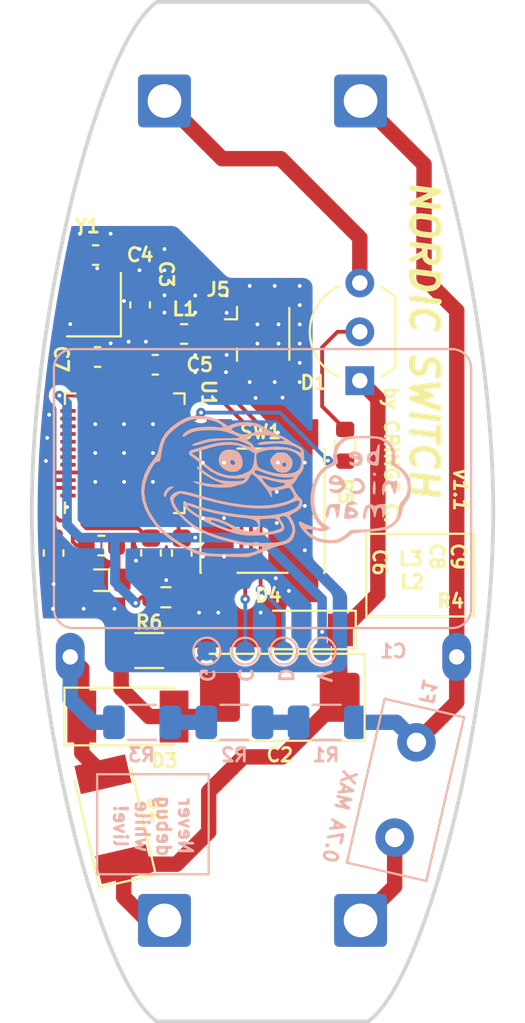
<source format=kicad_pcb>
(kicad_pcb (version 20221018) (generator pcbnew)
  (title_block (title "Nordic-switch") (date "2022-02-17") (rev "1.1") (company "dossalab"))
  (layers (0 "F.Cu" signal) (31 "B.Cu" signal) (34 "B.Paste" user) (35 "F.Paste" user) (36 "B.SilkS" user "B.Silkscreen") (37 "F.SilkS" user "F.Silkscreen") (38 "B.Mask" user) (39 "F.Mask" user) (44 "Edge.Cuts" user))
  (net 0 "")
  (net 1 "Net-(J4-Pin_1)")
  (net 2 "Net-(D2-A)")
  (net 3 "+3V3")
  (net 4 "Net-(D3-A)")
  (net 5 "GND")
  (net 6 "Net-(U1-XC1)")
  (net 7 "Net-(U1-XC2)")
  (net 8 "Net-(U1-ANT)")
  (net 9 "Net-(U1-DEC4)")
  (net 10 "Net-(U1-DEC3)")
  (net 11 "Net-(U1-DEC1)")
  (net 12 "Net-(D1-G)")
  (net 13 "Net-(D1-A2)")
  (net 14 "Net-(J2-Pin_1)")
  (net 28 "/SWDIO")
  (net 29 "/SWDCLK")
  (net 32 "/TRIAC_GATE")
  (net 33 "/PUSH_BUTTON")
  (net 35 "/ANT_IMP_MATCHED")
  (net 42 "/DCC")
  (net 48 "Net-(L2-Pad2)")
  (net 49 "Net-(R1-Pad1)")
  (net 55 "Net-(R2-Pad1)")
  (footprint "Connector_Wire:SolderWire-1sqmm_1x01_D1.4mm_OD2.7mm" (layer "F.Cu") (at 149.5 78.4)
    (fp_text reference "J4" hide)
    (fp_text value "Screw_Terminal_01x01")
    (pad "1" thru_hole roundrect (at 0 0) (size 2.75 2.75) (drill 1.75) (layers "*.Cu" "*.Mask") (roundrect_rratio 0.09090909091) (net 1 "Net-(J4-Pin_1)"))
  )
  (footprint "Connector_Wire:SolderWire-1sqmm_1x01_D1.4mm_OD2.7mm" (layer "F.Cu") (at 139.3 121)
    (fp_text reference "J1" hide)
    (fp_text value "Screw_Terminal_01x01")
    (pad "1" thru_hole roundrect (at 0 0) (size 2.75 2.75) (drill 1.75) (layers "*.Cu" "*.Mask") (roundrect_rratio 0.09090909091) (net 3 "+3V3"))
  )
  (footprint "Connector_Wire:SolderWire-1sqmm_1x01_D1.4mm_OD2.7mm" (layer "F.Cu") (at 149.5 121)
    (fp_text reference "J2" hide)
    (fp_text value "Screw_Terminal_01x01")
    (pad "1" thru_hole roundrect (at 0 0) (size 2.75 2.75) (drill 1.75) (layers "*.Cu" "*.Mask") (roundrect_rratio 0.09090909091) (net 14 "Net-(J2-Pin_1)"))
  )
  (footprint "Connector_Wire:SolderWire-1sqmm_1x01_D1.4mm_OD2.7mm" (layer "F.Cu") (at 139.3 78.4)
    (fp_text reference "J3" hide)
    (fp_text value "Screw_Terminal_01x01")
    (pad "1" thru_hole roundrect (at 0 0) (size 2.75 2.75) (drill 1.75) (layers "*.Cu" "*.Mask") (roundrect_rratio 0.09090909091) (net 13 "Net-(D1-A2)"))
  )
  (footprint "Button_Switch_SMD:SW_SPST_PTS645" (layer "F.Cu") (at 144.4 99.7 -90)
    (fp_text reference "SW1" (at -4.1 0.1 unlocked) (layer "F.SilkS") (effects (font (size 0.7 0.7))))
    (fp_text value "Control")
    (pad "1" smd rect (at -3.98 -2.25 270) (size 1.55 1.3) (layers "F.Cu" "F.Paste" "F.Mask") (net 5 "GND"))
    (pad "1" smd rect (at 3.98 -2.25 270) (size 1.55 1.3) (layers "F.Cu" "F.Paste" "F.Mask") (net 5 "GND"))
    (pad "2" smd rect (at -3.98 2.25 270) (size 1.55 1.3) (layers "F.Cu" "F.Paste" "F.Mask") (net 33 "/PUSH_BUTTON"))
    (pad "2" smd rect (at 3.98 2.25 270) (size 1.55 1.3) (layers "F.Cu" "F.Paste" "F.Mask") (net 33 "/PUSH_BUTTON"))
  )
  (footprint "Capacitor_SMD:C_0603_1608Metric" (layer "F.Cu") (at 133.533857 101.900316 -90)
    (fp_text reference "C6" (at -0.300316 -16.966143 -90 unlocked) (layer "F.SilkS") (effects (font (size 0.7 0.7)) (justify left)))
    (fp_text value "1uF")
    (pad "1" smd roundrect (at -0.775 0 270) (size 0.9 0.95) (layers "F.Cu" "F.Paste" "F.Mask") (net 9 "Net-(U1-DEC4)"))
    (pad "2" smd roundrect (at 0.775 0 270) (size 0.9 0.95) (layers "F.Cu" "F.Paste" "F.Mask") (net 5 "GND"))
  )
  (footprint "Capacitor_SMD:C_0603_1608Metric" (layer "F.Cu") (at 135.821357 91.712816)
    (fp_text reference "C7" (at -1.8875 0.1 270 unlocked) (layer "F.SilkS") (effects (font (size 0.7 0.7))))
    (fp_text value "100pF")
    (pad "1" smd roundrect (at -0.775 0) (size 0.9 0.95) (layers "F.Cu" "F.Paste" "F.Mask") (net 10 "Net-(U1-DEC3)"))
    (pad "2" smd roundrect (at 0.775 0) (size 0.9 0.95) (layers "F.Cu" "F.Paste" "F.Mask") (net 5 "GND"))
  )
  (footprint "Capacitor_SMD:C_0603_1608Metric" (layer "F.Cu") (at 138.6 101.9 -90)
    (fp_text reference "C8" (at -0.600316 -14.866143 -90 unlocked) (layer "F.SilkS") (effects (font (size 0.7 0.7)) (justify left)))
    (fp_text value "100n")
    (pad "1" smd roundrect (at -0.775 0 270) (size 0.9 0.95) (layers "F.Cu" "F.Paste" "F.Mask") (net 11 "Net-(U1-DEC1)"))
    (pad "2" smd roundrect (at 0.775 0 270) (size 0.9 0.95) (layers "F.Cu" "F.Paste" "F.Mask") (net 5 "GND"))
  )
  (footprint "Capacitor_SMD:C_0603_1608Metric" (layer "F.Cu") (at 140.2 101.9 -90)
    (fp_text reference "C9" (at -0.600316 -14.366143 -90 unlocked) (layer "F.SilkS") (effects (font (size 0.7 0.7)) (justify left)))
    (fp_text value "100n")
    (pad "1" smd roundrect (at -0.775 0 270) (size 0.9 0.95) (layers "F.Cu" "F.Paste" "F.Mask") (net 3 "+3V3"))
    (pad "2" smd roundrect (at 0.775 0 270) (size 0.9 0.95) (layers "F.Cu" "F.Paste" "F.Mask") (net 5 "GND"))
  )
  (footprint "Capacitor_SMD:C_0603_1608Metric" (layer "F.Cu") (at 138.033857 89.000316 -90)
    (fp_text reference "C3" (at -1.600316 -1.366143 -90 unlocked) (layer "F.SilkS") (effects (font (size 0.7 0.7))))
    (fp_text value "18pf")
    (pad "1" smd roundrect (at -0.775 0 270) (size 0.9 0.95) (layers "F.Cu" "F.Paste" "F.Mask") (net 5 "GND"))
    (pad "2" smd roundrect (at 0.775 0 270) (size 0.9 0.95) (layers "F.Cu" "F.Paste" "F.Mask") (net 6 "Net-(U1-XC1)"))
  )
  (footprint "Capacitor_SMD:C_0603_1608Metric" (layer "F.Cu") (at 135.721357 86.412816 180)
    (fp_text reference "C4" (at -2.3125 0.012816 unlocked) (layer "F.SilkS") (effects (font (size 0.7 0.7))))
    (fp_text value "18pf")
    (pad "1" smd roundrect (at -0.775 0 180) (size 0.9 0.95) (layers "F.Cu" "F.Paste" "F.Mask") (net 5 "GND"))
    (pad "2" smd roundrect (at 0.775 0 180) (size 0.9 0.95) (layers "F.Cu" "F.Paste" "F.Mask") (net 7 "Net-(U1-XC2)"))
  )
  (footprint "Inductor_SMD:L_0603_1608Metric" (layer "F.Cu") (at 136.021357 101.512816 180)
    (fp_text reference "L3" (at -15.378643 -0.687184 unlocked) (layer "F.SilkS") (effects (font (size 0.7 0.7)) (justify left)))
    (fp_text value "15nH")
    (pad "1" smd roundrect (at -0.7875 0 180) (size 0.875 0.95) (layers "F.Cu" "F.Paste" "F.Mask") (net 48 "Net-(L2-Pad2)"))
    (pad "2" smd roundrect (at 0.7875 0 180) (size 0.875 0.95) (layers "F.Cu" "F.Paste" "F.Mask") (net 42 "/DCC"))
  )
  (footprint "Package_DFN_QFN:QFN-48-1EP_6x6mm_P0.4mm_EP4.6x4.6mm" (layer "F.Cu") (at 137.233857 96.712816 90)
    (fp_text reference "U1" (at 3.112816 4.366143 270 unlocked) (layer "F.SilkS") (effects (font (size 0.7 0.7))))
    (fp_text value "nRF52832-QFxx")
    (pad "1" smd roundrect (at -2.95 -2.2 90) (size 0.8 0.2) (layers "F.Cu" "F.Paste" "F.Mask") (net 11 "Net-(U1-DEC1)"))
    (pad "2" smd roundrect (at -2.95 -1.8 90) (size 0.8 0.2) (layers "F.Cu" "F.Paste" "F.Mask"))
    (pad "3" smd roundrect (at -2.95 -1.4 90) (size 0.8 0.2) (layers "F.Cu" "F.Paste" "F.Mask"))
    (pad "4" smd roundrect (at -2.95 -1 90) (size 0.8 0.2) (layers "F.Cu" "F.Paste" "F.Mask"))
    (pad "5" smd roundrect (at -2.95 -0.6 90) (size 0.8 0.2) (layers "F.Cu" "F.Paste" "F.Mask"))
    (pad "6" smd roundrect (at -2.95 -0.2 90) (size 0.8 0.2) (layers "F.Cu" "F.Paste" "F.Mask"))
    (pad "7" smd roundrect (at -2.95 0.2 90) (size 0.8 0.2) (layers "F.Cu" "F.Paste" "F.Mask"))
    (pad "8" smd roundrect (at -2.95 0.6 90) (size 0.8 0.2) (layers "F.Cu" "F.Paste" "F.Mask"))
    (pad "9" smd roundrect (at -2.95 1 90) (size 0.8 0.2) (layers "F.Cu" "F.Paste" "F.Mask"))
    (pad "10" smd roundrect (at -2.95 1.4 90) (size 0.8 0.2) (layers "F.Cu" "F.Paste" "F.Mask"))
    (pad "11" smd roundrect (at -2.95 1.8 90) (size 0.8 0.2) (layers "F.Cu" "F.Paste" "F.Mask"))
    (pad "12" smd roundrect (at -2.95 2.2 90) (size 0.8 0.2) (layers "F.Cu" "F.Paste" "F.Mask"))
    (pad "13" smd roundrect (at -2.2 2.95 90) (size 0.2 0.8) (layers "F.Cu" "F.Paste" "F.Mask") (net 3 "+3V3"))
    (pad "14" smd roundrect (at -1.8 2.95 90) (size 0.2 0.8) (layers "F.Cu" "F.Paste" "F.Mask"))
    (pad "15" smd roundrect (at -1.4 2.95 90) (size 0.2 0.8) (layers "F.Cu" "F.Paste" "F.Mask"))
    (pad "16" smd roundrect (at -1 2.95 90) (size 0.2 0.8) (layers "F.Cu" "F.Paste" "F.Mask"))
    (pad "17" smd roundrect (at -0.6 2.95 90) (size 0.2 0.8) (layers "F.Cu" "F.Paste" "F.Mask"))
    (pad "18" smd roundrect (at -0.2 2.95 90) (size 0.2 0.8) (layers "F.Cu" "F.Paste" "F.Mask"))
    (pad "19" smd roundrect (at 0.2 2.95 90) (size 0.2 0.8) (layers "F.Cu" "F.Paste" "F.Mask"))
    (pad "20" smd roundrect (at 0.6 2.95 90) (size 0.2 0.8) (layers "F.Cu" "F.Paste" "F.Mask"))
    (pad "21" smd roundrect (at 1 2.95 90) (size 0.2 0.8) (layers "F.Cu" "F.Paste" "F.Mask"))
    (pad "22" smd roundrect (at 1.4 2.95 90) (size 0.2 0.8) (layers "F.Cu" "F.Paste" "F.Mask") (net 33 "/PUSH_BUTTON"))
    (pad "23" smd roundrect (at 1.8 2.95 90) (size 0.2 0.8) (layers "F.Cu" "F.Paste" "F.Mask") (net 32 "/TRIAC_GATE"))
    (pad "24" smd roundrect (at 2.2 2.95 90) (size 0.2 0.8) (layers "F.Cu" "F.Paste" "F.Mask"))
    (pad "25" smd roundrect (at 2.95 2.2 90) (size 0.8 0.2) (layers "F.Cu" "F.Paste" "F.Mask") (net 29 "/SWDCLK"))
    (pad "26" smd roundrect (at 2.95 1.8 90) (size 0.8 0.2) (layers "F.Cu" "F.Paste" "F.Mask") (net 28 "/SWDIO"))
    (pad "27" smd roundrect (at 2.95 1.4 90) (size 0.8 0.2) (layers "F.Cu" "F.Paste" "F.Mask"))
    (pad "28" smd roundrect (at 2.95 1 90) (size 0.8 0.2) (layers "F.Cu" "F.Paste" "F.Mask"))
    (pad "29" smd roundrect (at 2.95 0.6 90) (size 0.8 0.2) (layers "F.Cu" "F.Paste" "F.Mask"))
    (pad "30" smd roundrect (at 2.95 0.2 90) (size 0.8 0.2) (layers "F.Cu" "F.Paste" "F.Mask") (net 8 "Net-(U1-ANT)"))
    (pad "31" smd roundrect (at 2.95 -0.2 90) (size 0.8 0.2) (layers "F.Cu" "F.Paste" "F.Mask") (net 5 "GND"))
    (pad "32" smd roundrect (at 2.95 -0.6 90) (size 0.8 0.2) (layers "F.Cu" "F.Paste" "F.Mask"))
    (pad "33" smd roundrect (at 2.95 -1 90) (size 0.8 0.2) (layers "F.Cu" "F.Paste" "F.Mask") (net 10 "Net-(U1-DEC3)"))
    (pad "34" smd roundrect (at 2.95 -1.4 90) (size 0.8 0.2) (layers "F.Cu" "F.Paste" "F.Mask") (net 6 "Net-(U1-XC1)"))
    (pad "35" smd roundrect (at 2.95 -1.8 90) (size 0.8 0.2) (layers "F.Cu" "F.Paste" "F.Mask") (net 7 "Net-(U1-XC2)"))
    (pad "36" smd roundrect (at 2.95 -2.2 90) (size 0.8 0.2) (layers "F.Cu" "F.Paste" "F.Mask") (net 3 "+3V3"))
    (pad "37" smd roundrect (at 2.2 -2.95 90) (size 0.2 0.8) (layers "F.Cu" "F.Paste" "F.Mask"))
    (pad "38" smd roundrect (at 1.8 -2.95 90) (size 0.2 0.8) (layers "F.Cu" "F.Paste" "F.Mask"))
    (pad "39" smd roundrect (at 1.4 -2.95 90) (size 0.2 0.8) (layers "F.Cu" "F.Paste" "F.Mask"))
    (pad "40" smd roundrect (at 1 -2.95 90) (size 0.2 0.8) (layers "F.Cu" "F.Paste" "F.Mask"))
    (pad "41" smd roundrect (at 0.6 -2.95 90) (size 0.2 0.8) (layers "F.Cu" "F.Paste" "F.Mask"))
    (pad "42" smd roundrect (at 0.2 -2.95 90) (size 0.2 0.8) (layers "F.Cu" "F.Paste" "F.Mask"))
    (pad "43" smd roundrect (at -0.2 -2.95 90) (size 0.2 0.8) (layers "F.Cu" "F.Paste" "F.Mask"))
    (pad "44" smd roundrect (at -0.6 -2.95 90) (size 0.2 0.8) (layers "F.Cu" "F.Paste" "F.Mask"))
    (pad "45" smd roundrect (at -1 -2.95 90) (size 0.2 0.8) (layers "F.Cu" "F.Paste" "F.Mask") (net 5 "GND"))
    (pad "46" smd roundrect (at -1.4 -2.95 90) (size 0.2 0.8) (layers "F.Cu" "F.Paste" "F.Mask") (net 9 "Net-(U1-DEC4)"))
    (pad "47" smd roundrect (at -1.8 -2.95 90) (size 0.2 0.8) (layers "F.Cu" "F.Paste" "F.Mask") (net 42 "/DCC"))
    (pad "48" smd roundrect (at -2.2 -2.95 90) (size 0.2 0.8) (layers "F.Cu" "F.Paste" "F.Mask") (net 3 "+3V3"))
    (pad "49" smd rect (at 0 0 90) (size 4.6 4.6) (layers "F.Cu" "F.Mask") (net 5 "GND"))
  )
  (footprint "Crystal:Crystal_SMD_2520-4Pin_2.5x2.0mm" (layer "F.Cu") (at 135.633857 88.987816 90)
    (fp_text reference "Y1" (at 4.087816 -0.333857 unlocked) (layer "F.SilkS") (effects (font (size 0.7 0.7))))
    (fp_text value "Crystal_GND24")
    (pad "1" smd rect (at -0.875 0.7 90) (size 1.15 1) (layers "F.Cu" "F.Paste" "F.Mask") (net 6 "Net-(U1-XC1)"))
    (pad "2" smd rect (at 0.875 0.7 90) (size 1.15 1) (layers "F.Cu" "F.Paste" "F.Mask") (net 5 "GND"))
    (pad "3" smd rect (at 0.875 -0.7 90) (size 1.15 1) (layers "F.Cu" "F.Paste" "F.Mask") (net 7 "Net-(U1-XC2)"))
    (pad "4" smd rect (at -0.875 -0.7 90) (size 1.15 1) (layers "F.Cu" "F.Paste" "F.Mask") (net 5 "GND"))
  )
  (footprint "Capacitor_Tantalum_SMD:CP_EIA-7343-30_AVX-N" (layer "F.Cu") (at 145.3 109.4 180)
    (fp_text reference "C2" (at 0 -3 unlocked) (layer "F.SilkS") (effects (font (size 0.7 0.7))))
    (fp_text value "330uF 16V")
    (pad "1" smd roundrect (at -3.1125 0 180) (size 2.075 2.55) (layers "F.Cu" "F.Paste" "F.Mask") (roundrect_rratio 0.1204819277) (net 3 "+3V3"))
    (pad "2" smd roundrect (at 3.1125 0 180) (size 2.075 2.55) (layers "F.Cu" "F.Paste" "F.Mask") (roundrect_rratio 0.1204819277) (net 4 "Net-(D3-A)"))
  )
  (footprint "Diode_SMD:D_MiniMELF" (layer "F.Cu") (at 146.7 105.9 180)
    (fp_text reference "D4" (at 2 1.8 unlocked) (layer "F.SilkS") (effects (font (size 0.7 0.7))))
    (fp_text value "3v3")
    (pad "1" smd rect (at -1.75 0 180) (size 1.3 1.7) (layers "F.Cu" "F.Paste" "F.Mask") (net 3 "+3V3"))
    (pad "2" smd rect (at 1.75 0 180) (size 1.3 1.7) (layers "F.Cu" "F.Paste" "F.Mask") (net 5 "GND"))
  )
  (footprint "Diode_SMD:D_MELF" (layer "F.Cu") (at 136.639883 115.738488 103)
    (fp_text reference "D2" (at 0 2.3 283 unlocked) (layer "F.SilkS") (effects (font (size 0.7 0.7))))
    (fp_text value "SM4007")
    (pad "1" smd rect (at -2.4 0 103) (size 1.5 2.7) (layers "F.Cu" "F.Paste" "F.Mask") (net 3 "+3V3"))
    (pad "2" smd rect (at 2.4 0 103) (size 1.5 2.7) (layers "F.Cu" "F.Paste" "F.Mask") (net 2 "Net-(D2-A)"))
  )
  (footprint "Diode_SMD:D_MELF" (layer "F.Cu") (at 137.4 110.4)
    (fp_text reference "D3" (at 1.9 2.3 unlocked) (layer "F.SilkS") (effects (font (size 0.7 0.7))))
    (fp_text value "SM4007")
    (pad "1" smd rect (at -2.4 0) (size 1.5 2.7) (layers "F.Cu" "F.Paste" "F.Mask") (net 2 "Net-(D2-A)"))
    (pad "2" smd rect (at 2.4 0) (size 1.5 2.7) (layers "F.Cu" "F.Paste" "F.Mask") (net 4 "Net-(D3-A)"))
  )
  (footprint "Resistor_SMD:R_1206_3216Metric" (layer "F.Cu") (at 138.51 106.97 180)
    (fp_text reference "R6" (at 0.01 1.47 unlocked) (layer "F.SilkS") (effects (font (size 0.7 0.7))))
    (fp_text value "510")
    (pad "1" smd roundrect (at -1.4625 0 180) (size 1.125 1.75) (layers "F.Cu" "F.Paste" "F.Mask") (roundrect_rratio 0.2222222222) (net 5 "GND"))
    (pad "2" smd roundrect (at 1.4625 0 180) (size 1.125 1.75) (layers "F.Cu" "F.Paste" "F.Mask") (roundrect_rratio 0.2222222222) (net 4 "Net-(D3-A)"))
  )
  (footprint "Resistor_SMD:R_0603_1608Metric" (layer "F.Cu") (at 148.7 96.3 -90)
    (fp_text reference "R5" (at 2.4 0 -90 unlocked) (layer "F.SilkS") (effects (font (size 0.7 0.7))))
    (fp_text value "680")
    (pad "1" smd roundrect (at -0.825 0 270) (size 0.8 0.95) (layers "F.Cu" "F.Paste" "F.Mask") (net 12 "Net-(D1-G)"))
    (pad "2" smd roundrect (at 0.825 0 270) (size 0.8 0.95) (layers "F.Cu" "F.Paste" "F.Mask") (net 32 "/TRIAC_GATE"))
  )
  (footprint "Package_TO_SOT_THT:TO-92_Inline_Wide" (layer "F.Cu") (at 149.46 92.94 90)
    (fp_text reference "D1" (at -0.1 -2.4 unlocked) (layer "F.SilkS") (effects (font (size 0.7 0.7))))
    (fp_text value "Z0103")
    (pad "1" thru_hole rect (at 0 0 90) (size 1.5 1.5) (drill 0.8) (layers "*.Cu" "*.Mask") (net 3 "+3V3"))
    (pad "2" thru_hole circle (at 2.54 0 90) (size 1.5 1.5) (drill 0.8) (layers "*.Cu" "*.Mask") (net 12 "Net-(D1-G)"))
    (pad "3" thru_hole circle (at 5.08 0 90) (size 1.5 1.5) (drill 0.8) (layers "*.Cu" "*.Mask") (net 13 "Net-(D1-A2)"))
  )
  (footprint "Resistor_SMD:R_0603_1608Metric" (layer "F.Cu") (at 139.375 104.2 180)
    (fp_text reference "R4" (at -14.025 -0.2 unlocked) (layer "F.SilkS") (effects (font (size 0.7 0.7)) (justify left)))
    (fp_text value "10k")
    (pad "1" smd roundrect (at -0.825 0 180) (size 0.8 0.95) (layers "F.Cu" "F.Paste" "F.Mask") (net 33 "/PUSH_BUTTON"))
    (pad "2" smd roundrect (at 0.825 0 180) (size 0.8 0.95) (layers "F.Cu" "F.Paste" "F.Mask") (net 3 "+3V3"))
  )
  (footprint "Connector_Coaxial:U.FL_Hirose_U.FL-R-SMT-1_Vertical" (layer "F.Cu") (at 143.958857 90.507816)
    (fp_text reference "J5" (at -1.858857 -2.307816 unlocked) (layer "F.SilkS") (effects (font (size 0.7 0.7))))
    (fp_text value "IPX")
    (pad "1" smd rect (at -1.05 0) (size 1.05 1) (layers "F.Cu" "F.Paste" "F.Mask") (net 35 "/ANT_IMP_MATCHED"))
    (pad "2" smd rect (at 0.475 -1.475) (size 2.2 1.05) (layers "F.Cu" "F.Paste" "F.Mask") (net 5 "GND"))
    (pad "2" smd rect (at 0.475 1.475) (size 2.2 1.05) (layers "F.Cu" "F.Paste" "F.Mask") (net 5 "GND"))
  )
  (footprint "MountingHole:MountingHole_3.2mm_M3" (layer "F.Cu") (at 144.4 84.25)
    (fp_text reference "H1" hide)
    (fp_text value "MountingHole")
    (pad "" np_thru_hole circle (at 0 0) (size 3.2 3.2) (drill 3.2) (layers "*.Cu" "*.Mask"))
  )
  (footprint "MountingHole:MountingHole_3.2mm_M3" (layer "F.Cu") (at 144.4 115.25)
    (fp_text reference "H2" hide)
    (fp_text value "MountingHole")
    (pad "" np_thru_hole circle (at 0 0) (size 3.2 3.2) (drill 3.2) (layers "*.Cu" "*.Mask"))
  )
  (footprint "Capacitor_SMD:C_0603_1608Metric" (layer "F.Cu") (at 138.821357 92.112816 180)
    (fp_text reference "C5" (at -2.3125 0 unlocked) (layer "F.SilkS") (effects (font (size 0.7 0.7))))
    (fp_text value "0.8pF")
    (pad "1" smd roundrect (at -0.775 0 180) (size 0.9 0.95) (layers "F.Cu" "F.Paste" "F.Mask") (net 8 "Net-(U1-ANT)"))
    (pad "2" smd roundrect (at 0.775 0 180) (size 0.9 0.95) (layers "F.Cu" "F.Paste" "F.Mask") (net 5 "GND"))
  )
  (footprint "Inductor_SMD:L_0603_1608Metric" (layer "F.Cu") (at 140.321357 90.512816)
    (fp_text reference "L1" (at 0.0125 -1.3 unlocked) (layer "F.SilkS") (effects (font (size 0.7 0.7))))
    (fp_text value "3.9nH")
    (pad "1" smd roundrect (at -0.7875 0) (size 0.875 0.95) (layers "F.Cu" "F.Paste" "F.Mask") (net 8 "Net-(U1-ANT)"))
    (pad "2" smd roundrect (at 0.7875 0) (size 0.875 0.95) (layers "F.Cu" "F.Paste" "F.Mask") (net 35 "/ANT_IMP_MATCHED"))
  )
  (footprint "Inductor_SMD:L_0805_2012Metric" (layer "F.Cu") (at 136.0375 103.312816)
    (fp_text reference "L2" (at 15.428643 0.087184 unlocked) (layer "F.SilkS") (effects (font (size 0.7 0.7)) (justify left)))
    (fp_text value "10uH")
    (pad "1" smd roundrect (at -1.0625 0) (size 0.875 1.2) (layers "F.Cu" "F.Paste" "F.Mask") (net 9 "Net-(U1-DEC4)"))
    (pad "2" smd roundrect (at 1.0625 0) (size 0.875 1.2) (layers "F.Cu" "F.Paste" "F.Mask") (net 48 "Net-(L2-Pad2)"))
  )
  (footprint "nordic-switch:CP_CBB_684J_400V_Flat" (layer "B.Cu") (at 144.4 107.4 180)
    (fp_text reference "C1" (at -6.8 0.4 unlocked) (layer "B.SilkS") (effects (font (size 0.7 0.7)) (justify mirror)))
    (fp_text value "680n 400V")
    (pad "1" thru_hole oval locked (at -10.1 0.1 180) (size 1.5 2.5) (drill 0.8) (layers "*.Cu" "*.Mask") (net 1 "Net-(J4-Pin_1)"))
    (pad "2" thru_hole oval locked (at 10 0.1 180) (size 1.5 2.5) (drill 0.8) (layers "*.Cu" "*.Mask") (net 2 "Net-(D2-A)"))
  )
  (footprint "TestPoint:TestPoint_Pad_D1.0mm" (layer "B.Cu") (at 143.5 107)
    (fp_text reference "TP1" hide)
    (fp_text value "SWCLK")
    (pad "1" smd circle (at 0 0) (size 1 1) (layers "B.Cu" "B.Mask") (net 29 "/SWDCLK"))
  )
  (footprint "TestPoint:TestPoint_Pad_D1.0mm" (layer "B.Cu") (at 145.5 107)
    (fp_text reference "TP2" hide)
    (fp_text value "SWDIO")
    (pad "1" smd circle (at 0 0) (size 1 1) (layers "B.Cu" "B.Mask") (net 28 "/SWDIO"))
  )
  (footprint "TestPoint:TestPoint_Pad_D1.0mm" (layer "B.Cu") (at 141.5 107)
    (fp_text reference "TP4" hide)
    (fp_text value "GND")
    (pad "1" smd circle (at 0 0) (size 1 1) (layers "B.Cu" "B.Mask") (net 5 "GND"))
  )
  (footprint "nordic-switch:Pepe-Logo" (layer "B.Cu") (at 145.1 98.4 180)
    (fp_text reference "G***" hide)
    (fp_text value "LOGO" hide)
  )
  (footprint "Fuse:Fuse_Littelfuse_395Series" (layer "B.Cu") (at 152.405141 111.740509 -103)
    (fp_text reference "F1" (at -2.706647 0.014372 -103 unlocked) (layer "B.SilkS") (effects (font (size 0.7 0.7)) (justify mirror)))
    (fp_text value "0.7A")
    (pad "1" thru_hole circle (at 0 0 257) (size 2 2) (drill 1) (layers "*.Cu" "*.Mask") (net 1 "Net-(J4-Pin_1)"))
    (pad "2" thru_hole circle (at 5.08 -0.01 257) (size 2 2) (drill 1) (layers "*.Cu" "*.Mask") (net 14 "Net-(J2-Pin_1)"))
  )
  (footprint "Resistor_SMD:R_1206_3216Metric" (layer "B.Cu") (at 147.7375 110.7)
    (fp_text reference "R1" (at -0.0375 1.7 unlocked) (layer "B.SilkS") (effects (font (size 0.7 0.7)) (justify mirror)))
    (fp_text value "470K")
    (pad "1" smd roundrect (at -1.4625 0) (size 1.125 1.75) (layers "B.Cu" "B.Paste" "B.Mask") (roundrect_rratio 0.2222222222) (net 49 "Net-(R1-Pad1)"))
    (pad "2" smd roundrect (at 1.4625 0) (size 1.125 1.75) (layers "B.Cu" "B.Paste" "B.Mask") (roundrect_rratio 0.2222222222) (net 1 "Net-(J4-Pin_1)"))
  )
  (footprint "Resistor_SMD:R_1206_3216Metric" (layer "B.Cu") (at 142.9375 110.7)
    (fp_text reference "R2" (at 0 1.7 unlocked) (layer "B.SilkS") (effects (font (size 0.7 0.7)) (justify mirror)))
    (fp_text value "470K")
    (pad "1" smd roundrect (at -1.4625 0) (size 1.125 1.75) (layers "B.Cu" "B.Paste" "B.Mask") (roundrect_rratio 0.2222222222) (net 55 "Net-(R2-Pad1)"))
    (pad "2" smd roundrect (at 1.4625 0) (size 1.125 1.75) (layers "B.Cu" "B.Paste" "B.Mask") (roundrect_rratio 0.2222222222) (net 49 "Net-(R1-Pad1)"))
  )
  (footprint "TestPoint:TestPoint_Pad_D1.0mm" (layer "B.Cu") (at 147.5 107 180)
    (fp_text reference "TP3" hide)
    (fp_text value "VCC")
    (pad "1" smd circle (at 0 0 180) (size 1 1) (layers "B.Cu" "B.Mask") (net 3 "+3V3"))
  )
  (footprint "Resistor_SMD:R_1206_3216Metric" (layer "B.Cu") (at 138.1375 110.7)
    (fp_text reference "R3" (at -0.0375 1.7 unlocked) (layer "B.SilkS") (effects (font (size 0.7 0.7)) (justify mirror)))
    (fp_text value "470K")
    (pad "1" smd roundrect (at -1.4625 0) (size 1.125 1.75) (layers "B.Cu" "B.Paste" "B.Mask") (roundrect_rratio 0.2222222222) (net 2 "Net-(D2-A)"))
    (pad "2" smd roundrect (at 1.4625 0) (size 1.125 1.75) (layers "B.Cu" "B.Paste" "B.Mask") (roundrect_rratio 0.2222222222) (net 55 "Net-(R2-Pad1)"))
  )
  (gr_rect (start 135.8 113.4) (end 141.6 118.6) (stroke (width 0.12)) (fill none) (layer "B.SilkS"))
  (gr_rect (start 149.8 100.9) (end 155.4 105.2) (stroke (width 0.12)) (fill none) (layer "F.SilkS"))
  (gr_curve (pts (xy 138.9 126.25) (xy 135.8727 124.0723) (xy 132.4 110.1927) (xy 132.4 99.75)) (stroke (width 0.2)) (layer "Edge.Cuts"))
  (gr_curve (pts (xy 156.4 99.75) (xy 156.4 110.1927) (xy 152.9273 124.0723) (xy 149.9 126.25)) (stroke (width 0.2)) (layer "Edge.Cuts"))
  (gr_curve (pts (xy 149.9 126.25) (xy 149.9 126.25) (xy 138.9 126.25) (xy 138.9 126.25)) (stroke (width 0.2)) (layer "Edge.Cuts"))
  (gr_curve (pts (xy 149.9 73.25) (xy 152.9273 75.4277) (xy 156.4 89.3073) (xy 156.4 99.75)) (stroke (width 0.2)) (layer "Edge.Cuts"))
  (gr_curve (pts (xy 132.4 99.75) (xy 132.4 89.3073) (xy 135.8727 75.4277) (xy 138.9 73.25)) (stroke (width 0.2)) (layer "Edge.Cuts"))
  (gr_curve (pts (xy 138.9 73.25) (xy 138.9 73.25) (xy 149.9 73.25) (xy 149.9 73.25)) (stroke (width 0.2)) (layer "Edge.Cuts"))
  (gr_text "G" (at 141.5 108.7 270) (layer "B.SilkS") (effects (font (size 0.7 0.7)) (justify left mirror)))
  (gr_text "D" (at 145.6 108.7 270) (layer "B.SilkS") (effects (font (size 0.7 0.7)) (justify left mirror)))
  (gr_text "V" (at 147.6 108.7 270) (layer "B.SilkS") (effects (font (size 0.7 0.7)) (justify left mirror)))
  (gr_text "0.7A MAX" (at 148.4 115.6 257) (layer "B.SilkS") (effects (font (size 0.7 0.7)) (justify mirror)))
  (gr_text "C" (at 143.5 108.7 270) (layer "B.SilkS") (effects (font (size 0.7 0.7)) (justify left mirror)))
  (gr_text "Never\ndebug\nwhile\nlive!\n" (at 138.7 116.1 270) (layer "B.SilkS") (effects (font (size 0.7 0.7)) (justify mirror)))
  (gr_text "NORDIC SWITCH" (at 152.8 90.8 270) (layer "F.SilkS") (effects (font (size 1.4 1.4) (thickness 0.3) italic)))
  (gr_text "by CRINGE C." (at 151.1 96.8 270) (layer "F.SilkS") (effects (font (size 0.7 0.7))))
  (gr_text "v1.1" (at 154.7 98.6 270) (layer "F.SilkS") (effects (font (size 0.7 0.7) (thickness 0.15) italic)))
  (segment (start 154.5 89.3) (end 154.5 107.3) (width 0.8) (layer "F.Cu") (net 1))
  (segment (start 152.8 87.6) (end 154.5 89.3) (width 0.8) (layer "F.Cu") (net 1))
  (segment (start 154.5 109.64565) (end 152.405141 111.740509) (width 0.8) (layer "F.Cu") (net 1))
  (segment (start 149.5 78.4) (end 152.8 81.7) (width 0.8) (layer "F.Cu") (net 1))
  (segment (start 154.5 107.3) (end 154.5 109.64565) (width 0.8) (layer "F.Cu") (net 1))
  (segment (start 152.8 81.7) (end 152.8 87.6) (width 0.8) (layer "F.Cu") (net 1))
  (segment (start 151.364632 110.7) (end 152.405141 111.740509) (width 0.8) (layer "B.Cu") (net 1))
  (segment (start 149.2 110.7) (end 151.364632 110.7) (width 0.8) (layer "B.Cu") (net 1))
  (segment (start 136.1 113.4) (end 135 112.3) (width 0.8) (layer "F.Cu") (net 2))
  (segment (start 134.4 107.3) (end 135 107.9) (width 0.8) (layer "F.Cu") (net 2))
  (segment (start 135 112.3) (end 135 110.4) (width 0.8) (layer "F.Cu") (net 2))
  (segment (start 135 107.9) (end 135 110.4) (width 0.8) (layer "F.Cu") (net 2))
  (segment (start 135.6 110.7) (end 136.675 110.7) (width 0.8) (layer "B.Cu") (net 2))
  (segment (start 134.4 107.3) (end 134.4 109.5) (width 0.8) (layer "B.Cu") (net 2))
  (segment (start 134.4 109.5) (end 135.6 110.7) (width 0.8) (layer "B.Cu") (net 2))
  (segment (start 134.983857 93.712816) (end 135.033857 93.762816) (width 0.2) (layer "F.Cu") (net 3))
  (segment (start 148.4125 106.0375) (end 150.4 104.05) (width 0.8) (layer "F.Cu") (net 3))
  (segment (start 141.6 116.4) (end 139.923024 118.076976) (width 0.8) (layer "F.Cu") (net 3))
  (segment (start 140.9 101.1) (end 140.874684 101.125316) (width 0.2) (layer "F.Cu") (net 3))
  (segment (start 140.033857 101.125316) (end 140.033857 100.333857) (width 0.2) (layer "F.Cu") (net 3))
  (segment (start 148.4125 106.0375) (end 148.45 106) (width 0.8) (layer "F.Cu") (net 3))
  (segment (start 138.1 104.2) (end 137.8 104.5) (width 0.2) (layer "F.Cu") (net 3))
  (segment (start 139.923024 118.076976) (end 137.179766 118.076976) (width 0.8) (layer "F.Cu") (net 3))
  (segment (start 134.233857 98.962816) (end 134.283857 98.912816) (width 0.2) (layer "F.Cu") (net 3))
  (segment (start 133.833857 93.712816) (end 134.983857 93.712816) (width 0.2) (layer "F.Cu") (net 3))
  (segment (start 145.4125 112.5) (end 143.4 112.5) (width 0.8) (layer "F.Cu") (net 3))
  (segment (start 150.4 93.88) (end 149.46 92.94) (width 0.8) (layer "F.Cu") (net 3))
  (segment (start 148.4125 106.0375) (end 148.4125 109.5) (width 0.8) (layer "F.Cu") (net 3))
  (segment (start 150.4 104.05) (end 150.4 93.88) (width 0.8) (layer "F.Cu") (net 3))
  (segment (start 148.4125 109.5) (end 145.4125 112.5) (width 0.8) (layer "F.Cu") (net 3))
  (segment (start 134.233857 99.512816) (end 134.233857 98.962816) (width 0.2) (layer "F.Cu") (net 3))
  (segment (start 140.183857 100.183857) (end 140.183857 98.912816) (width 0.2) (layer "F.Cu") (net 3))
  (segment (start 137.179766 119.779766) (end 137.179766 118.076976) (width 0.8) (layer "F.Cu") (net 3))
  (segment (start 148.25 106) (end 148.5 105.75) (width 0.8) (layer "F.Cu") (net 3))
  (segment (start 138.3 120.9) (end 137.179766 119.779766) (width 0.8) (layer "F.Cu") (net 3))
  (segment (start 140.874684 101.125316) (end 140.033857 101.125316) (width 0.2) (layer "F.Cu") (net 3))
  (segment (start 147.5 106) (end 148.45 106) (width 0.5) (layer "F.Cu") (net 3))
  (segment (start 143.4 112.5) (end 141.6 114.3) (width 0.8) (layer "F.Cu") (net 3))
  (segment (start 138.55 104.2) (end 138.1 104.2) (width 0.2) (layer "F.Cu") (net 3))
  (segment (start 139.3 121) (end 138.3 121) (width 0.8) (layer "F.Cu") (net 3))
  (segment (start 141.6 114.3) (end 141.6 116.4) (width 0.8) (layer "F.Cu") (net 3))
  (segment (start 140.033857 100.333857) (end 140.183857 100.183857) (width 0.2) (layer "F.Cu") (net 3))
  (via (at 147.5 106) (size 0.5) (drill 0.2) (layers "F.Cu" "B.Cu") (net 3))
  (via (at 140.9 101.1) (size 0.5) (drill 0.2) (layers "F.Cu" "B.Cu") (net 3))
  (via (at 137.8 104.5) (size 0.5) (drill 0.2) (layers "F.Cu" "B.Cu") (net 3))
  (via (at 133.833857 93.712816) (size 0.5) (drill 0.2) (layers "F.Cu" "B.Cu") (net 3))
  (via (at 134.233857 99.512816) (size 0.5) (drill 0.2) (layers "F.Cu" "B.Cu") (net 3))
  (segment (start 136.72 101.11) (end 136.72 103.42) (width 0.5) (layer "B.Cu") (net 3))
  (segment (start 144.3 101.1) (end 145.4 102.2) (width 0.5) (layer "B.Cu") (net 3))
  (segment (start 134.233857 94.112816) (end 133.833857 93.712816) (width 0.5) (layer "B.Cu") (net 3))
  (segment (start 137.5 101.1) (end 134.9 101.1) (width 0.5) (layer "B.Cu") (net 3))
  (segment (start 136.72 103.42) (end 137.8 104.5) (width 0.5) (layer "B.Cu") (net 3))
  (segment (start 140.9 101.1) (end 137.5 101.1) (width 0.5) (layer "B.Cu") (net 3))
  (segment (start 140.9 101.1) (end 144.3 101.1) (width 0.5) (layer "B.Cu") (net 3))
  (segment (start 134.9 101.1) (end 134.233857 100.433857) (width 0.5) (layer "B.Cu") (net 3))
  (segment (start 147.5 104.3) (end 147.5 106) (width 0.5) (layer "B.Cu") (net 3))
  (segment (start 147.5 106) (end 147.5 107) (width 0.5) (layer "B.Cu") (net 3))
  (segment (start 145.4 102.2) (end 147.5 104.3) (width 0.5) (layer "B.Cu") (net 3))
  (segment (start 134.233857 100.433857) (end 134.233857 94.112816) (width 0.5) (layer "B.Cu") (net 3))
  (segment (start 139.8 110.4) (end 141.1875 110.4) (width 0.8) (layer "F.Cu") (net 4))
  (segment (start 137.0475 108.9475) (end 138.5 110.4) (width 0.8) (layer "F.Cu") (net 4))
  (segment (start 141.1875 110.4) (end 142.1875 109.4) (width 0.8) (layer "F.Cu") (net 4))
  (segment (start 138.5 110.4) (end 139.8 110.4) (width 0.8) (layer "F.Cu") (net 4))
  (segment (start 137.0475 106.97) (end 137.0475 108.9475) (width 0.8) (layer "F.Cu") (net 4))
  (segment (start 137.033857 93.762816) (end 137.033857 96.512816) (width 0.2) (layer "F.Cu") (net 5))
  (segment (start 136.233857 97.712816) (end 137.233857 96.712816) (width 0.2) (layer "F.Cu") (net 5))
  (segment (start 135.534346 88.988305) (end 135.808368 88.988305) (width 0.2) (layer "F.Cu") (net 5))
  (segment (start 137.033857 93.762816) (end 137.033857 93.012816) (width 0.2) (layer "F.Cu") (net 5))
  (segment (start 134.283857 97.712816) (end 136.233857 97.712816) (width 0.2) (layer "F.Cu") (net 5))
  (segment (start 134.933857 89.862816) (end 134.933857 89.588794) (width 0.2) (layer "F.Cu") (net 5))
  (segment (start 137.033857 96.512816) (end 137.233857 96.712816) (width 0.2) (layer "F.Cu") (net 5))
  (segment (start 134.283857 97.712816) (end 133.333857 97.712816) (width 0.2) (layer "F.Cu") (net 5))
  (segment (start 137.033857 93.012816) (end 137.933857 92.112816) (width 0.2) (layer "F.Cu") (net 5))
  (segment (start 134.933857 89.588794) (end 135.534346 88.988305) (width 0.2) (layer "F.Cu") (net 5))
  (segment (start 137.933857 92.112816) (end 138.046357 92.112816) (width 0.2) (layer "F.Cu") (net 5))
  (segment (start 133.333857 97.712816) (end 133.133857 97.512816) (width 0.2) (layer "F.Cu") (net 5))
  (segment (start 136.333857 88.462816) (end 136.333857 88.112816) (width 0.2) (layer "F.Cu") (net 5))
  (segment (start 135.808368 88.988305) (end 136.333857 88.462816) (width 0.2) (layer "F.Cu") (net 5))
  (via (at 143.733857 93.012816) (size 0.5) (drill 0.2) (layers "F.Cu" "B.Cu") (net 5))
  (via (at 141.3 100.08) (size 0.5) (drill 0.2) (layers "F.Cu" "B.Cu") (net 5))
  (via (at 145.44 93.82) (size 0.5) (drill 0.2) (layers "F.Cu" "B.Cu") (net 5))
  (via (at 142.4 102.09) (size 0.5) (drill 0.2) (layers "F.Cu" "B.Cu") (net 5))
  (via (at 146.333857 90.012816) (size 0.5) (drill 0.2) (layers "F.Cu" "B.Cu") (net 5))
  (via (at 135.7 96.7) (size 0.5) (drill 0.2) (layers "F.Cu" "B.Cu") (net 5))
  (via (at 133.5 104.8) (size 0.5) (drill 0.2) (layers "F.Cu" "B.Cu") (net 5))
  (via (at 143.733857 88.012816) (size 0.5) (drill 0.2) (layers "F.Cu" "B.Cu") (net 5))
  (via (at 140.9 88.512816) (size 0.5) (drill 0.2) (layers "F.Cu" "B.Cu") (net 5))
  (via (at 146.6 99.45) (size 0.5) (drill 0.2) (layers "F.Cu" "B.Cu") (net 5))
  (via (at 135.1 104.8) (size 0.5) (drill 0.2) (layers "F.Cu" "B.Cu") (net 5))
  (via (at 145.09 103.21) (size 0.5) (drill 0.2) (layers "F.Cu" "B.Cu") (net 5))
  (via (at 137.2 88.8) (size 0.5) (drill 0.2) (layers "F.Cu" "B.Cu") (net 5))
  (via (at 133.2 95.912816) (size 0.5) (drill 0.2) (layers "F.Cu" "B.Cu") (net 5))
  (via (at 142.533857 89.412816) (size 0.5) (drill 0.2) (layers "F.Cu" "B.Cu") (net 5))
  (via (at 142.533857 88.512816) (size 0.5) (drill 0.2) (layers "F.Cu" "B.Cu") (net 5))
  (via (at 138 86.1) (size 0.5) (drill 0.2) (layers "F.Cu" "B.Cu") (net 5))
  (via (at 145.033857 88.012816) (size 0.5) (drill 0.2) (layers "F.Cu" "B.Cu") (net 5))
  (via (at 135.7 95.2) (size 0.5) (drill 0.2) (layers "F.Cu" "B.Cu") (net 5))
  (via (at 145.233857 91.012816) (size 0.5) (drill 0.2) (layers "F.Cu" "B.Cu") (net 5))
  (via (at 145.77 103.87) (size 0.5) (drill 0.2) (layers "F.Cu" "B.Cu") (net 5))
  (via (at 137.2 98.2) (size 0.5) (drill 0.2) (layers "F.Cu" "B.Cu") (net 5))
  (via (at 146.333857 89.012816) (size 0.5) (drill 0.2) (layers "F.Cu" "B.Cu") (net 5))
  (via (at 136.5 85.3) (size 0.5) (drill 0.2) (layers "F.Cu" "B.Cu") (net 5))
  (via (at 137.82 102.3) (size 0.5) (drill 0.2) (layers "F.Cu" "B.Cu") (net 5))
  (via (at 142.4 100.08) (size 0.5) (drill 0.2) (layers "F.Cu" "B.Cu") (net 5))
  (via (at 146.333857 88.012816) (size 0.5) (drill 0.2) (layers "F.Cu" "B.Cu") (net 5))
  (via (at 136.7 104.8) (size 0.5) (drill 0.2) (layers "F.Cu" "B.Cu") (net 5))
  (via (at 139.3 87.2) (size 0.5) (drill 0.2) (layers "F.Cu" "B.Cu") (net 5))
  (via (at 144.04 93.84) (size 0.5) (drill 0.2) (layers "F.Cu" "B.Cu") (net 5))
  (via (at 136.5 91) (size 0.5) (drill 0.2) (layers "F.Cu" "B.Cu") (net 5))
  (via (at 141.3 97.2) (size 0.5) (drill 0.2) (layers "F.Cu" "B.Cu") (net 5))
  (via (at 145.14 98.72) (size 0.5) (drill 0.2) (layers "F.Cu" "B.Cu") (net 5))
  (via (at 145.2 95.64) (size 0.5) (drill 0.2) (layers "F.Cu" "B.Cu") (net 5))
  (via (at 146.333857 92.012816) (size 0.5) (drill 0.2) (layers "F.Cu" "B.Cu") (net 5))
  (via (at 142.5 92.5) (size 0.5) (drill 0.2) (layers "F.Cu" "B.Cu") (net 5))
  (via (at 138 87.2) (size 0.5) (drill 0.2) (layers "F.Cu" "B.Cu") (net 5))
  (via (at 137.433857 90.912816) (size 0.5) (drill 0.2) (layers "F.Cu" "B.Cu") (net 5))
  (via (at 146.6 97.2) (size 0.5) (drill 0.2) (layers "F.Cu" "B.Cu") (net 5))
  (via (at 145.2 97.2) (size 0.5) (drill 0.2) (layers "F.Cu" "B.Cu") (net 5))
  (via (at 145.14 100.34) (size 0.5) (drill 0.2) (layers "F.Cu" "B.Cu") (net 5))
  (via (at 141.3 102.09) (size 0.5) (drill 0.2) (layers "F.Cu" "B.Cu") (net 5))
  (via (at 137.2 96.7) (size 0.5) (drill 0.2) (layers "F.Cu" "B.Cu") (net 5))
  (via (at 138.333857 90.912816) (size 0.5) (drill 0.2) (layers "F.Cu" "B.Cu") (net 5))
  (via (at 146.6 101.76) (size 0.5) (drill 0.2) (layers "F.Cu" "B.Cu") (net 5))
  (via (at 146.333857 91.012816) (size 0.5) (drill 0.2) (layers "F.Cu" "B.Cu") (net 5))
  (via (at 139.39 103.31) (size 0.5) (drill 0.2) (layers "F.Cu" "B.Cu") (net 5))
  (via (at 140.9 91.612816) (size 0.5) (drill 0.2) (layers "F.Cu" "B.Cu") (net 5))
  (via (at 144.133857 91.012816) (size 0.5) (drill 0.2) (layers "F.Cu" "B.Cu") (net 5))
  (via (at 135.7 98.2) (size 0.5) (drill 0.2) (layers "F.Cu" "B.Cu") (net 5))
  (via (at 134.9 85.3) (size 0.5) (drill 0.2) (layers "F.Cu" "B.Cu") (net 5))
  (via (at 138.7 96.7) (size 0.5) (drill 0.2) (layers "F.Cu" "B.Cu") (net 5))
  (via (at 142.1 105) (size 0.5) (drill 0.2) (layers "F.Cu" "B.Cu") (net 5))
  (via (at 140.9 89.4) (size 0.5) (drill 0.2) (layers "F.Cu" "B.Cu") (net 5))
  (via (at 137.2 95.2) (size 0.5) (drill 0.2) (layers "F.Cu" "B.Cu") (net 5))
  (via (at 133.133857 97.112816) (size 0.5) (drill 0.2) (layers "F.Cu" "B.Cu") (net 5))
  (via (at 138.7 98.2) (size 0.5) (drill 0.2) (layers "F.Cu" "B.Cu") (net 5))
  (via (at 144.3 105) (size 0.5) (drill 0.2) (layers "F.Cu" "B.Cu") (net 5))
  (via (at 133.3 94.712816) (size 0.5) (drill 0.2) (layers "F.Cu" "B.Cu") (net 5))
  (via (at 135.8 87.1) (size 0.5) (drill 0.2) (layers "F.Cu" "B.Cu") (net 5))
  (via (at 139.3 89.4) (size 0.5) (drill 0.2) (layers "F.Cu" "B.Cu") (net 5))
  (via (at 140.9 92.5) (size 0.5) (drill 0.2) (layers "F.Cu" "B.Cu") (net 5))
  (via (at 142.4 97.2) (size 0.5) (drill 0.2) (layers "F.Cu" "B.Cu") (net 5))
  (via (at 146.333857 93.012816) (size 0.5) (drill 0.2) (layers "F.Cu" "B.Cu") (net 5))
  (via (at 145.033857 93.012816) (size 0.5) (drill 0.2) (layers "F.Cu" "B.Cu") (net 5))
  (via (at 144.133857 90.012816) (size 0.5) (drill 0.2) (layers "F.Cu" "B.Cu") (net 5))
  (via (at 134.4 90) (size 0.5) (drill 0.2) (layers "F.Cu" "B.Cu") (net 5))
  (via (at 133.533857 103.512816) (size 0.5) (drill 0.2) (layers "F.Cu" "B.Cu") (net 5))
  (via (at 138.7 95.2) (size 0.5) (drill 0.2) (layers "F.Cu" "B.Cu") (net 5))
  (via (at 142.533857 91.6) (size 0.5) (drill 0.2) (layers "F.Cu" "B.Cu") (net 5))
  (via (at 139.3 86.1) (size 0.5) (drill 0.2) (layers "F.Cu" "B.Cu") (net 5))
  (via (at 141.1 105) (size 0.5) (drill 0.2) (layers "F.Cu" "B.Cu") (net 5))
  (via (at 145.233857 90.012816) (size 0.5) (drill 0.2) (layers "F.Cu" "B.Cu") (net 5))
  (via (at 139.3 88.5) (size 0.5) (drill 0.2) (layers "F.Cu" "B.Cu") (net 5))
  (segment (start 134.233857 91.112816) (end 134.533857 90.812816) (width 0.2) (layer "F.Cu") (net 6))
  (segment (start 137.771357 89.862816) (end 138.033857 89.600316) (width 0.2) (layer "F.Cu") (net 6))
  (segment (start 134.533858 92.612817) (end 134.233857 92.312816) (width 0.2) (layer "F.Cu") (net 6))
  (segment (start 135.833857 92.912816) (end 135.533857 92.612816) (width 0.2) (layer "F.Cu") (net 6))
  (segment (start 135.733857 90.812816) (end 136.233857 90.312816) (width 0.2) (layer "F.Cu") (net 6))
  (segment (start 134.233857 92.312816) (end 134.233857 91.112816) (width 0.2) (layer "F.Cu") (net 6))
  (segment (start 135.533857 92.612816) (end 134.533858 92.612817) (width 0.2) (layer "F.Cu") (net 6))
  (segment (start 135.833857 93.762816) (end 135.833857 92.912816) (width 0.2) (layer "F.Cu") (net 6))
  (segment (start 136.333857 89.862816) (end 137.771357 89.862816) (width 0.2) (layer "F.Cu") (net 6))
  (segment (start 136.333857 90.312816) (end 136.333857 89.862816) (width 0.2) (layer "F.Cu") (net 6))
  (segment (start 134.533857 90.812816) (end 135.733857 90.812816) (width 0.2) (layer "F.Cu") (net 6))
  (segment (start 135.433857 93.112818) (end 135.333867 93.012828) (width 0.2) (layer "F.Cu") (net 7))
  (segment (start 135.433857 93.762816) (end 135.433857 93.112818) (width 0.2) (layer "F.Cu") (net 7))
  (segment (start 133.8 92.444659) (end 133.8 89.246673) (width 0.2) (layer "F.Cu") (net 7))
  (segment (start 134.368169 93.012828) (end 133.8 92.444659) (width 0.2) (layer "F.Cu") (net 7))
  (segment (start 133.8 89.246673) (end 134.933857 88.112816) (width 0.2) (layer "F.Cu") (net 7))
  (segment (start 134.933857 88.112816) (end 134.933857 86.412816) (width 0.2) (layer "F.Cu") (net 7))
  (segment (start 135.333867 93.012828) (end 134.368169 93.012828) (width 0.2) (layer "F.Cu") (net 7))
  (segment (start 137.433857 93.262816) (end 137.783857 92.912816) (width 0.2) (layer "F.Cu") (net 8))
  (segment (start 138.551007 92.912816) (end 139.533857 91.929966) (width 0.2) (layer "F.Cu") (net 8))
  (segment (start 137.783857 92.912816) (end 138.551007 92.912816) (width 0.2) (layer "F.Cu") (net 8))
  (segment (start 137.433857 93.762816) (end 137.433857 93.262816) (width 0.2) (layer "F.Cu") (net 8))
  (segment (start 139.533857 91.929966) (end 139.533857 90.512816) (width 0.2) (layer "F.Cu") (net 8))
  (segment (start 134.4 102.737816) (end 134.4 101.978958) (width 0.2) (layer "F.Cu") (net 9))
  (segment (start 134.4 101.978958) (end 133.033857 100.612816) (width 0.2) (layer "F.Cu") (net 9))
  (segment (start 133.033857 100.612816) (end 133.033857 98.512816) (width 0.2) (layer "F.Cu") (net 9))
  (segment (start 134.975 103.312816) (end 134.4 102.737816) (width 0.2) (layer "F.Cu") (net 9))
  (segment (start 133.033857 98.512816) (end 133.433857 98.112816) (width 0.2) (layer "F.Cu") (net 9))
  (segment (start 133.433857 98.112816) (end 134.283857 98.112816) (width 0.2) (layer "F.Cu") (net 9))
  (segment (start 136.233857 92.612816) (end 135.333857 91.712816) (width 0.2) (layer "F.Cu") (net 10))
  (segment (start 135.333857 91.712816) (end 135.033857 91.712816) (width 0.2) (layer "F.Cu") (net 10))
  (segment (start 136.233857 93.762816) (end 136.233857 92.612816) (width 0.2) (layer "F.Cu") (net 10))
  (segment (start 135.033857 100.412816) (end 135.233857 100.612816) (width 0.2) (layer "F.Cu") (net 11))
  (segment (start 135.033857 99.662816) (end 135.033857 100.412816) (width 0.2) (layer "F.Cu") (net 11))
  (segment (start 135.233857 100.612816) (end 137.933857 100.612816) (width 0.2) (layer "F.Cu") (net 11))
  (segment (start 137.933857 100.612816) (end 138.433857 101.112816) (width 0.2) (layer "F.Cu") (net 11))
  (segment (start 148.7 95.475) (end 147.5 94.275) (width 0.2) (layer "F.Cu") (net 12))
  (segment (start 147.5 91.2) (end 148.3 90.4) (width 0.2) (layer "F.Cu") (net 12))
  (segment (start 147.5 94.275) (end 147.5 91.2) (width 0.2) (layer "F.Cu") (net 12))
  (segment (start 148.3 90.4) (end 149.46 90.4) (width 0.2) (layer "F.Cu") (net 12))
  (segment (start 145.35 81.4) (end 149.46 85.51) (width 0.8) (layer "F.Cu") (net 13))
  (segment (start 139.3 78.4) (end 142.3 81.4) (width 0.8) (layer "F.Cu") (net 13))
  (segment (start 149.46 85.51) (end 149.46 87.86) (width 0.8) (layer "F.Cu") (net 13))
  (segment (start 142.3 81.4) (end 145.35 81.4) (width 0.8) (layer "F.Cu") (net 13))
  (segment (start 151.272133 119.227867) (end 149.5 121) (width 0.8) (layer "F.Cu") (net 14))
  (segment (start 151.272133 116.692558) (end 151.272133 119.227867) (width 0.8) (layer "F.Cu") (net 14))
  (segment (start 139.663296 93.063296) (end 139.239082 93.063296) (width 0.2) (layer "F.Cu") (net 28))
  (segment (start 139.239082 93.063296) (end 139.033857 93.268521) (width 0.2) (layer "F.Cu") (net 28))
  (segment (start 144.3 103.8) (end 144.3 95.3) (width 0.2) (layer "F.Cu") (net 28))
  (segment (start 142.3 93.3) (end 139.9 93.3) (width 0.2) (layer "F.Cu") (net 28))
  (segment (start 139.033857 93.268521) (end 139.033857 93.762816) (width 0.2) (layer "F.Cu") (net 28))
  (segment (start 139.9 93.3) (end 139.663296 93.063296) (width 0.2) (layer "F.Cu") (net 28))
  (segment (start 144.3 95.3) (end 142.3 93.3) (width 0.2) (layer "F.Cu") (net 28))
  (via (at 144.3 103.8) (size 0.5) (drill 0.2) (layers "F.Cu" "B.Cu") (net 28))
  (segment (start 145.5 105) (end 144.3 103.8) (width 0.2) (layer "B.Cu") (net 28))
  (segment (start 145.5 107) (end 145.5 105) (width 0.2) (layer "B.Cu") (net 28))
  (segment (start 142.062816 93.762816) (end 139.433857 93.762816) (width 0.2) (layer "F.Cu") (net 29))
  (segment (start 143.5 103.3) (end 143.8 103) (width 0.2) (layer "F.Cu") (net 29))
  (segment (start 143.8 95.5) (end 142.062816 93.762816) (width 0.2) (layer "F.Cu") (net 29))
  (segment (start 143.5 104.3) (end 143.5 103.3) (width 0.2) (layer "F.Cu") (net 29))
  (segment (start 143.8 103) (end 143.8 95.5) (width 0.2) (layer "F.Cu") (net 29))
  (via (at 143.5 104.3) (size 0.5) (drill 0.2) (layers "F.Cu" "B.Cu") (net 29))
  (segment (start 143.5 107) (end 143.5 104.3) (width 0.2) (layer "B.Cu") (net 29))
  (segment (start 140.887184 94.912816) (end 141.2 94.6) (width 0.2) (layer "F.Cu") (net 32))
  (segment (start 140.183857 94.912816) (end 140.887184 94.912816) (width 0.2) (layer "F.Cu") (net 32))
  (segment (start 148.7 97.125) (end 147.825 97.125) (width 0.2) (layer "F.Cu") (net 32))
  (segment (start 147.825 97.125) (end 147.8 97.1) (width 0.2) (layer "F.Cu") (net 32))
  (via (at 147.8 97.1) (size 0.5) (drill 0.2) (layers "F.Cu" "B.Cu") (net 32))
  (via (at 141.2 94.6) (size 0.5) (drill 0.2) (layers "F.Cu" "B.Cu") (net 32))
  (segment (start 141.2 94.6) (end 145.3 94.6) (width 0.2) (layer "B.Cu") (net 32))
  (segment (start 145.3 94.6) (end 147.8 97.1) (width 0.2) (layer "B.Cu") (net 32))
  (segment (start 142.15 95.72) (end 141.742816 95.312816) (width 0.2) (layer "F.Cu") (net 33))
  (segment (start 143.3 96.87) (end 142.15 95.72) (width 0.2) (layer "F.Cu") (net 33))
  (segment (start 140.72 103.68) (end 142.15 103.68) (width 0.2) (layer "F.Cu") (net 33))
  (segment (start 142.15 103.68) (end 143.3 102.53) (width 0.2) (layer "F.Cu") (net 33))
  (segment (start 140.2 104.2) (end 140.72 103.68) (width 0.2) (layer "F.Cu") (net 33))
  (segment (start 141.742816 95.312816) (end 140.183857 95.312816) (width 0.2) (layer "F.Cu") (net 33))
  (segment (start 143.3 102.53) (end 143.3 96.87) (width 0.2) (layer "F.Cu") (net 33))
  (segment (start 141.108857 90.512816) (end 142.883857 90.512816) (width 1.08) (layer "F.Cu") (net 35))
  (segment (start 133.433857 99.812816) (end 133.833857 100.212816) (width 0.2) (layer "F.Cu") (net 42))
  (segment (start 133.433857 98.712816) (end 133.433857 99.812816) (width 0.2) (layer "F.Cu") (net 42))
  (segment (start 134.533857 100.512816) (end 134.533857 101.312816) (width 0.2) (layer "F.Cu") (net 42))
  (segment (start 133.833857 100.212816) (end 134.233857 100.212816) (width 0.2) (layer "F.Cu") (net 42))
  (segment (start 133.633857 98.512816) (end 133.433857 98.712816) (width 0.2) (layer "F.Cu") (net 42))
  (segment (start 134.733857 101.512816) (end 135.233857 101.512816) (width 0.2) (layer "F.Cu") (net 42))
  (segment (start 134.233857 100.212816) (end 134.533857 100.512816) (width 0.2) (layer "F.Cu") (net 42))
  (segment (start 134.283857 98.512816) (end 133.633857 98.512816) (width 0.2) (layer "F.Cu") (net 42))
  (segment (start 134.533857 101.312816) (end 134.733857 101.512816) (width 0.2) (layer "F.Cu") (net 42))
  (segment (start 136.908857 101.612816) (end 136.808857 101.512816) (width 0.2) (layer "F.Cu") (net 48))
  (segment (start 136.908857 103.212816) (end 136.908857 101.612816) (width 0.2) (layer "F.Cu") (net 48))
  (segment (start 137.008857 103.312816) (end 136.908857 103.212816) (width 0.2) (layer "F.Cu") (net 48))
  (segment (start 144.4 110.7) (end 146.275 110.7) (width 0.8) (layer "B.Cu") (net 49))
  (segment (start 139.6 110.7) (end 141.475 110.7) (width 0.8) (layer "B.Cu") (net 55))
  (zone (net 5) (net_name "GND") (layer "F.Cu") (connect_pads thru_hole_only (clearance 0.3)) (min_thickness 0.1) (fill yes (thermal_gap 0.2) (thermal_bridge_width 0.3) (smoothing fillet) (radius 0.5))
    (polygon (pts (xy 142.6 87.6) (xy 147 87.6) (xy 147 104.4) (xy 145.6 104.4) (xy 145.6 106.8) (xy 140.6 106.8) (xy 140.6 107.9) (xy 139.4 107.9) (xy 139.4 105.3) (xy 132.333857 105.3) (xy 132.4 84.9) (xy 139.9 84.9)))
  )
  (zone (net 0) (net_name "") (layer "F.Cu") (connect_pads (clearance 0)) (min_thickness 0.254)
    (keepout (tracks allowed) (vias allowed) (pads allowed) (copperpour not_allowed) (footprints allowed))
    (fill (thermal_gap 0.508) (thermal_bridge_width 0.508))
    (polygon (pts (xy 140.733857 91.112816) (xy 140.333857 91.112816) (xy 140.333857 94.112816) (xy 136.033857 94.112816) (xy 136.033857 92.212816) (xy 135.533857 92.212816) (xy 135.533857 90.912816) (xy 136.133857 90.912816) (xy 136.133857 91.812816) (xy 137.033857 91.812816) (xy 137.033857 91.312816) (xy 139.033857 91.312816) (xy 139.033857 89.912816) (xy 140.733857 89.912816)))
  )
  (zone (net 5) (net_name "GND") (layer "F.Cu") (connect_pads yes (clearance 0.01)) (min_thickness 0.1) (fill yes (thermal_gap 0.1) (thermal_bridge_width 0.1))
    (polygon (pts (xy 143.833857 91.412816) (xy 140.333857 91.412816) (xy 140.333857 89.612816) (xy 143.833857 89.612816)))
  )
  (zone (net 5) (net_name "GND") (layer "B.Cu") (connect_pads (clearance 0.3)) (min_thickness 0.254) (fill yes (thermal_gap 0.2) (thermal_bridge_width 0.3) (smoothing fillet) (radius 0.5))
    (polygon (pts (xy 142.6 87.6) (xy 147 87.6) (xy 147 102.2) (xy 148.8 104) (xy 148.8 108.1) (xy 136.2 108.1) (xy 136.2 105.3) (xy 132.4 105.3) (xy 132.4 84.9) (xy 139.9 84.9)))
  )
)
</source>
